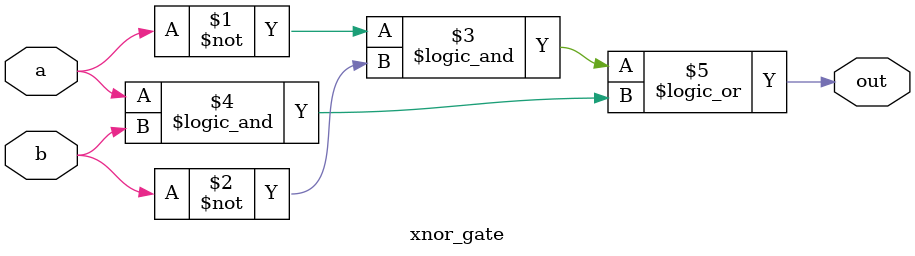
<source format=v>
module xnor_gate(a, b, out);
    input a;
    input b;
    output out;

    assign out = (~a && ~b) || (a && b);
endmodule
</source>
